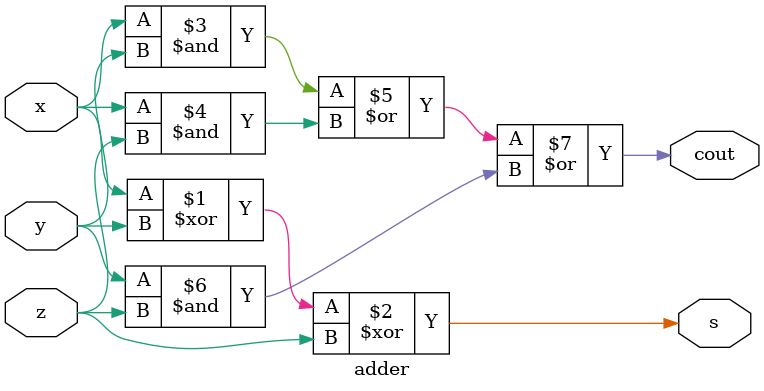
<source format=sv>
module sixteen_adder(input logic[15:0] A, B,
							output logic [15:0] S);
logic c0, c1, c2, c3, c4, c5, c6, c7, c8, c9, c10, c11, c12, c13, c14;

adder a0  (.x(A[0]),  .y(B[0]),  .z(0 ),  .cout(c0),  .s(S[0]));
adder a1  (.x(A[1]),  .y(B[1]),  .z(c0),  .cout(c1),  .s(S[1]));
adder a2  (.x(A[2]),  .y(B[2]),  .z(c1),  .cout(c2),  .s(S[2]));
adder a3  (.x(A[3]),  .y(B[3]),  .z(c2),  .cout(c3),  .s(S[3]));
adder a4  (.x(A[4]),  .y(B[4]),  .z(c3),  .cout(c4),  .s(S[4]));
adder a5  (.x(A[5]),  .y(B[5]),  .z(c4),  .cout(c5),  .s(S[5]));
adder a6  (.x(A[6]),  .y(B[6]),  .z(c5),  .cout(c6),  .s(S[6]));
adder a7  (.x(A[7]),  .y(B[7]),  .z(c6),  .cout(c7),  .s(S[7]));
adder a8  (.x(A[8]),  .y(B[8]),  .z(c7),  .cout(c8),  .s(S[8]));
adder a9  (.x(A[9]),  .y(B[9]),  .z(c8),  .cout(c9),  .s(S[9]));
adder a10 (.x(A[10]), .y(B[10]), .z(c9),  .cout(c10), .s(S[10]));
adder a11 (.x(A[11]), .y(B[11]), .z(c10), .cout(c11), .s(S[11]));
adder a12 (.x(A[12]), .y(B[12]), .z(c11), .cout(c12), .s(S[12]));
adder a13 (.x(A[13]), .y(B[13]), .z(c12), .cout(c13), .s(S[13]));
adder a14 (.x(A[14]), .y(B[14]), .z(c13), .cout(c14), .s(S[14]));
adder a15 (.x(A[15]), .y(B[15]), .z(c14), .cout(), .s(S[15]));

//assign S=A+B;
							
endmodule

module adder(input logic x, y, z,
				 output logic s, cout);
assign s=x^y^z;
assign cout=(x&y)|(x&z)|(y&z);
				 
endmodule

</source>
